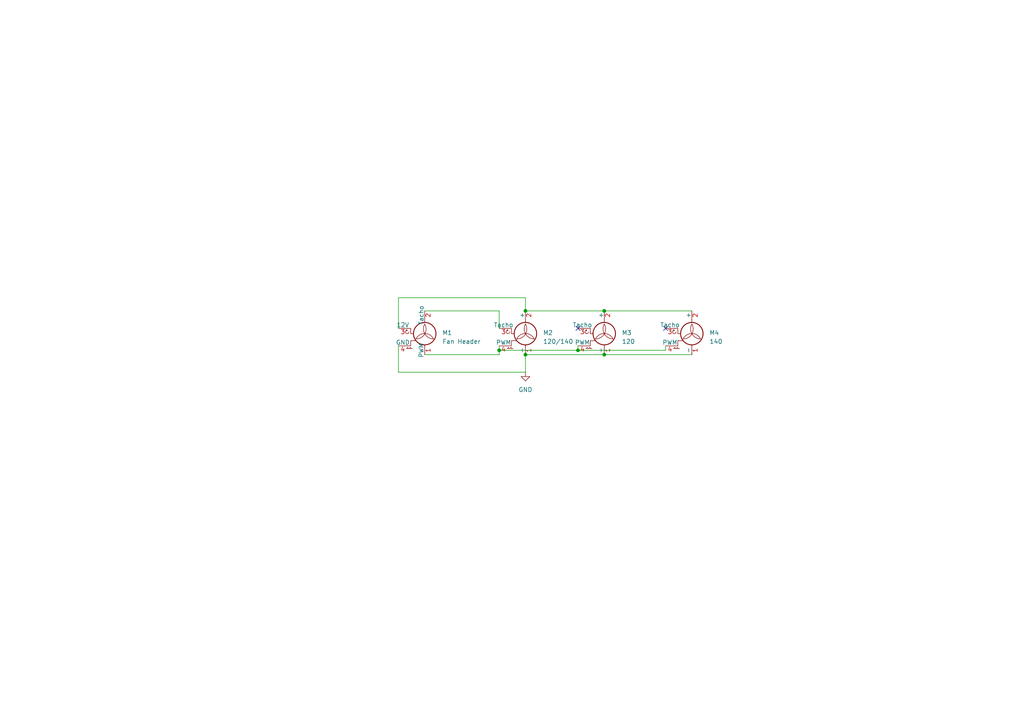
<source format=kicad_sch>
(kicad_sch (version 20211123) (generator eeschema)

  (uuid 8a1a029e-543a-43b9-820b-2c3ecf879b70)

  (paper "A4")

  (lib_symbols
    (symbol "Fan_4pin_1" (pin_names (offset 0)) (in_bom yes) (on_board yes)
      (property "Reference" "M?" (id 0) (at 5.08 1.2701 0)
        (effects (font (size 1.27 1.27)) (justify left))
      )
      (property "Value" "Fan_4pin_1" (id 1) (at 5.08 -1.2699 0)
        (effects (font (size 1.27 1.27)) (justify left))
      )
      (property "Footprint" "" (id 2) (at 0 0.254 0)
        (effects (font (size 1.27 1.27)) hide)
      )
      (property "Datasheet" "http://www.formfactors.org/developer%5Cspecs%5Crev1_2_public.pdf" (id 3) (at 0 0.254 0)
        (effects (font (size 1.27 1.27)) hide)
      )
      (property "ki_keywords" "Fan Motor tacho PWM" (id 4) (at 0 0 0)
        (effects (font (size 1.27 1.27)) hide)
      )
      (property "ki_description" "Fan, tacho output, PWM input, 4-pin connector" (id 5) (at 0 0 0)
        (effects (font (size 1.27 1.27)) hide)
      )
      (property "ki_fp_filters" "FanPinHeader*P2.54mm*Vertical* PinHeader*P2.54mm*Vertical* TerminalBlock*" (id 6) (at 0 0 0)
        (effects (font (size 1.27 1.27)) hide)
      )
      (symbol "Fan_4pin_1_0_0"
        (arc (start -5.588 1.524) (mid -5.08 1.016) (end -4.572 1.524)
          (stroke (width 0) (type default) (color 0 0 0 0))
          (fill (type none))
        )
        (arc (start -5.08 2.032) (mid -5.4392 1.8832) (end -5.588 1.524)
          (stroke (width 0) (type default) (color 0 0 0 0))
          (fill (type none))
        )
        (polyline
          (pts
            (xy -5.08 2.032)
            (xy -5.334 2.159)
          )
          (stroke (width 0) (type default) (color 0 0 0 0))
          (fill (type none))
        )
        (polyline
          (pts
            (xy -5.08 2.032)
            (xy -5.207 1.778)
          )
          (stroke (width 0) (type default) (color 0 0 0 0))
          (fill (type none))
        )
        (polyline
          (pts
            (xy -4.064 2.54)
            (xy -4.064 1.016)
            (xy -3.302 1.016)
          )
          (stroke (width 0) (type default) (color 0 0 0 0))
          (fill (type none))
        )
      )
      (symbol "Fan_4pin_1_0_1"
        (arc (start -2.54 -0.508) (mid -0.0014 0.9048) (end 0 3.81)
          (stroke (width 0) (type default) (color 0 0 0 0))
          (fill (type none))
        )
        (polyline
          (pts
            (xy -4.064 2.54)
            (xy -5.08 2.54)
          )
          (stroke (width 0) (type default) (color 0 0 0 0))
          (fill (type none))
        )
        (polyline
          (pts
            (xy 0 -5.08)
            (xy 0 -4.572)
          )
          (stroke (width 0) (type default) (color 0 0 0 0))
          (fill (type none))
        )
        (polyline
          (pts
            (xy 0 -2.2352)
            (xy 0 -2.6416)
          )
          (stroke (width 0) (type default) (color 0 0 0 0))
          (fill (type none))
        )
        (polyline
          (pts
            (xy 0 4.2672)
            (xy 0 4.6228)
          )
          (stroke (width 0) (type default) (color 0 0 0 0))
          (fill (type none))
        )
        (polyline
          (pts
            (xy 0 4.572)
            (xy 0 5.08)
          )
          (stroke (width 0) (type default) (color 0 0 0 0))
          (fill (type none))
        )
        (polyline
          (pts
            (xy -2.54 -1.016)
            (xy -4.064 -1.016)
            (xy -4.064 -2.54)
            (xy -5.08 -2.54)
          )
          (stroke (width 0) (type default) (color 0 0 0 0))
          (fill (type none))
        )
        (polyline
          (pts
            (xy -5.334 -3.302)
            (xy -5.08 -3.302)
            (xy -5.08 -3.048)
            (xy -4.826 -3.048)
            (xy -4.826 -3.302)
            (xy -4.318 -3.302)
            (xy -4.318 -3.048)
            (xy -4.064 -3.048)
            (xy -4.064 -3.302)
            (xy -3.556 -3.302)
          )
          (stroke (width 0) (type default) (color 0 0 0 0))
          (fill (type none))
        )
        (circle (center 0 1.016) (radius 3.2512)
          (stroke (width 0.254) (type default) (color 0 0 0 0))
          (fill (type none))
        )
        (arc (start 0 3.81) (mid 0.0468 0.9314) (end 2.54 -0.508)
          (stroke (width 0) (type default) (color 0 0 0 0))
          (fill (type none))
        )
        (arc (start 2.54 -0.508) (mid 0 1.0618) (end -2.54 -0.508)
          (stroke (width 0) (type default) (color 0 0 0 0))
          (fill (type none))
        )
      )
      (symbol "Fan_4pin_1_1_1"
        (pin passive line (at 0 -5.08 90) (length 2.54)
          (name "-" (effects (font (size 1.27 1.27))))
          (number "1" (effects (font (size 1.27 1.27))))
          (alternate "PWM" passive line)
        )
        (pin passive line (at 0 7.62 270) (length 2.54)
          (name "+" (effects (font (size 1.27 1.27))))
          (number "2" (effects (font (size 1.27 1.27))))
          (alternate "Tacho" passive line)
        )
        (pin passive line (at -7.62 2.54 0) (length 2.54)
          (name "Tacho" (effects (font (size 1.27 1.27))))
          (number "3" (effects (font (size 1.27 1.27))))
          (alternate "12V" passive line)
        )
        (pin input line (at -7.62 -2.54 0) (length 2.54)
          (name "PWM" (effects (font (size 1.27 1.27))))
          (number "4" (effects (font (size 1.27 1.27))))
          (alternate "GND" input line)
        )
      )
    )
    (symbol "Motor:Fan_4pin" (pin_names (offset 0)) (in_bom yes) (on_board yes)
      (property "Reference" "M" (id 0) (at 2.54 5.08 0)
        (effects (font (size 1.27 1.27)) (justify left))
      )
      (property "Value" "Fan_4pin" (id 1) (at 2.54 -2.54 0)
        (effects (font (size 1.27 1.27)) (justify left top))
      )
      (property "Footprint" "" (id 2) (at 0 0.254 0)
        (effects (font (size 1.27 1.27)) hide)
      )
      (property "Datasheet" "http://www.formfactors.org/developer%5Cspecs%5Crev1_2_public.pdf" (id 3) (at 0 0.254 0)
        (effects (font (size 1.27 1.27)) hide)
      )
      (property "ki_keywords" "Fan Motor tacho PWM" (id 4) (at 0 0 0)
        (effects (font (size 1.27 1.27)) hide)
      )
      (property "ki_description" "Fan, tacho output, PWM input, 4-pin connector" (id 5) (at 0 0 0)
        (effects (font (size 1.27 1.27)) hide)
      )
      (property "ki_fp_filters" "FanPinHeader*P2.54mm*Vertical* PinHeader*P2.54mm*Vertical* TerminalBlock*" (id 6) (at 0 0 0)
        (effects (font (size 1.27 1.27)) hide)
      )
      (symbol "Fan_4pin_0_0"
        (arc (start -5.588 1.524) (mid -5.08 1.016) (end -4.572 1.524)
          (stroke (width 0) (type default) (color 0 0 0 0))
          (fill (type none))
        )
        (arc (start -5.08 2.032) (mid -5.4392 1.8832) (end -5.588 1.524)
          (stroke (width 0) (type default) (color 0 0 0 0))
          (fill (type none))
        )
        (polyline
          (pts
            (xy -5.08 2.032)
            (xy -5.334 2.159)
          )
          (stroke (width 0) (type default) (color 0 0 0 0))
          (fill (type none))
        )
        (polyline
          (pts
            (xy -5.08 2.032)
            (xy -5.207 1.778)
          )
          (stroke (width 0) (type default) (color 0 0 0 0))
          (fill (type none))
        )
        (polyline
          (pts
            (xy -4.064 2.54)
            (xy -4.064 1.016)
            (xy -3.302 1.016)
          )
          (stroke (width 0) (type default) (color 0 0 0 0))
          (fill (type none))
        )
      )
      (symbol "Fan_4pin_0_1"
        (arc (start -2.54 -0.508) (mid -0.0014 0.9048) (end 0 3.81)
          (stroke (width 0) (type default) (color 0 0 0 0))
          (fill (type none))
        )
        (polyline
          (pts
            (xy -4.064 2.54)
            (xy -5.08 2.54)
          )
          (stroke (width 0) (type default) (color 0 0 0 0))
          (fill (type none))
        )
        (polyline
          (pts
            (xy 0 -5.08)
            (xy 0 -4.572)
          )
          (stroke (width 0) (type default) (color 0 0 0 0))
          (fill (type none))
        )
        (polyline
          (pts
            (xy 0 -2.2352)
            (xy 0 -2.6416)
          )
          (stroke (width 0) (type default) (color 0 0 0 0))
          (fill (type none))
        )
        (polyline
          (pts
            (xy 0 4.2672)
            (xy 0 4.6228)
          )
          (stroke (width 0) (type default) (color 0 0 0 0))
          (fill (type none))
        )
        (polyline
          (pts
            (xy 0 4.572)
            (xy 0 5.08)
          )
          (stroke (width 0) (type default) (color 0 0 0 0))
          (fill (type none))
        )
        (polyline
          (pts
            (xy -2.54 -1.016)
            (xy -4.064 -1.016)
            (xy -4.064 -2.54)
            (xy -5.08 -2.54)
          )
          (stroke (width 0) (type default) (color 0 0 0 0))
          (fill (type none))
        )
        (polyline
          (pts
            (xy -5.334 -3.302)
            (xy -5.08 -3.302)
            (xy -5.08 -3.048)
            (xy -4.826 -3.048)
            (xy -4.826 -3.302)
            (xy -4.318 -3.302)
            (xy -4.318 -3.048)
            (xy -4.064 -3.048)
            (xy -4.064 -3.302)
            (xy -3.556 -3.302)
          )
          (stroke (width 0) (type default) (color 0 0 0 0))
          (fill (type none))
        )
        (circle (center 0 1.016) (radius 3.2512)
          (stroke (width 0.254) (type default) (color 0 0 0 0))
          (fill (type none))
        )
        (arc (start 0 3.81) (mid 0.0468 0.9314) (end 2.54 -0.508)
          (stroke (width 0) (type default) (color 0 0 0 0))
          (fill (type none))
        )
        (arc (start 2.54 -0.508) (mid 0 1.0618) (end -2.54 -0.508)
          (stroke (width 0) (type default) (color 0 0 0 0))
          (fill (type none))
        )
      )
      (symbol "Fan_4pin_1_1"
        (pin passive line (at 0 -5.08 90) (length 2.54)
          (name "-" (effects (font (size 1.27 1.27))))
          (number "1" (effects (font (size 1.27 1.27))))
        )
        (pin passive line (at 0 7.62 270) (length 2.54)
          (name "+" (effects (font (size 1.27 1.27))))
          (number "2" (effects (font (size 1.27 1.27))))
        )
        (pin passive line (at -7.62 2.54 0) (length 2.54)
          (name "Tacho" (effects (font (size 1.27 1.27))))
          (number "3" (effects (font (size 1.27 1.27))))
        )
        (pin input line (at -7.62 -2.54 0) (length 2.54)
          (name "PWM" (effects (font (size 1.27 1.27))))
          (number "4" (effects (font (size 1.27 1.27))))
        )
      )
    )
    (symbol "power:GND" (power) (pin_names (offset 0)) (in_bom yes) (on_board yes)
      (property "Reference" "#PWR" (id 0) (at 0 -6.35 0)
        (effects (font (size 1.27 1.27)) hide)
      )
      (property "Value" "GND" (id 1) (at 0 -3.81 0)
        (effects (font (size 1.27 1.27)))
      )
      (property "Footprint" "" (id 2) (at 0 0 0)
        (effects (font (size 1.27 1.27)) hide)
      )
      (property "Datasheet" "" (id 3) (at 0 0 0)
        (effects (font (size 1.27 1.27)) hide)
      )
      (property "ki_keywords" "power-flag" (id 4) (at 0 0 0)
        (effects (font (size 1.27 1.27)) hide)
      )
      (property "ki_description" "Power symbol creates a global label with name \"GND\" , ground" (id 5) (at 0 0 0)
        (effects (font (size 1.27 1.27)) hide)
      )
      (symbol "GND_0_1"
        (polyline
          (pts
            (xy 0 0)
            (xy 0 -1.27)
            (xy 1.27 -1.27)
            (xy 0 -2.54)
            (xy -1.27 -1.27)
            (xy 0 -1.27)
          )
          (stroke (width 0) (type default) (color 0 0 0 0))
          (fill (type none))
        )
      )
      (symbol "GND_1_1"
        (pin power_in line (at 0 0 270) (length 0) hide
          (name "GND" (effects (font (size 1.27 1.27))))
          (number "1" (effects (font (size 1.27 1.27))))
        )
      )
    )
  )

  (junction (at 175.26 102.87) (diameter 0) (color 0 0 0 0)
    (uuid 236bb49a-b95c-4fbe-a4a1-344431840034)
  )
  (junction (at 152.4 102.87) (diameter 0) (color 0 0 0 0)
    (uuid be7ff29c-4d78-40b6-863c-13d4bae8e7e2)
  )
  (junction (at 152.4 90.17) (diameter 0) (color 0 0 0 0)
    (uuid c46646ac-e48b-4c84-9c27-6fcf27a36280)
  )
  (junction (at 144.78 101.6) (diameter 0) (color 0 0 0 0)
    (uuid ef750326-7a16-4260-b601-1a0652e88a59)
  )
  (junction (at 175.26 90.17) (diameter 0) (color 0 0 0 0)
    (uuid f01d8496-5618-48b6-9d3e-cf75e832e4c8)
  )
  (junction (at 167.64 101.6) (diameter 0) (color 0 0 0 0)
    (uuid f0f19d1f-3af7-44bc-9d26-9aa3f2ea77ca)
  )

  (no_connect (at 167.64 95.25) (uuid 620502db-6aaf-4e1c-aa91-717b8287ab7c))
  (no_connect (at 193.04 95.25) (uuid 620502db-6aaf-4e1c-aa91-717b8287ab7c))

  (wire (pts (xy 115.57 100.33) (xy 115.57 107.95))
    (stroke (width 0) (type default) (color 0 0 0 0))
    (uuid 07866225-a358-47ac-bea3-a3b050126093)
  )
  (wire (pts (xy 144.78 100.33) (xy 144.78 101.6))
    (stroke (width 0) (type default) (color 0 0 0 0))
    (uuid 40bf5104-b53a-414e-b3b7-c91f89b44e66)
  )
  (wire (pts (xy 144.78 90.17) (xy 144.78 95.25))
    (stroke (width 0) (type default) (color 0 0 0 0))
    (uuid 6191a81e-6329-4edb-9700-50f6543f797f)
  )
  (wire (pts (xy 193.04 100.33) (xy 193.04 101.6))
    (stroke (width 0) (type default) (color 0 0 0 0))
    (uuid 66ca51be-0a8d-493a-ba75-a356a79dbf48)
  )
  (wire (pts (xy 175.26 90.17) (xy 200.66 90.17))
    (stroke (width 0) (type default) (color 0 0 0 0))
    (uuid 6b98fb04-816b-40ba-b187-7172c469c024)
  )
  (wire (pts (xy 167.64 101.6) (xy 144.78 101.6))
    (stroke (width 0) (type default) (color 0 0 0 0))
    (uuid 6c8302c3-4aa8-4fd4-b7ec-abececfc84cf)
  )
  (wire (pts (xy 152.4 86.36) (xy 152.4 90.17))
    (stroke (width 0) (type default) (color 0 0 0 0))
    (uuid 78d999af-42b3-427f-899a-545de75b9744)
  )
  (wire (pts (xy 115.57 107.95) (xy 152.4 107.95))
    (stroke (width 0) (type default) (color 0 0 0 0))
    (uuid 8446bf23-fb7a-49d3-b20e-fa5f2afe7b14)
  )
  (wire (pts (xy 144.78 102.87) (xy 123.19 102.87))
    (stroke (width 0) (type default) (color 0 0 0 0))
    (uuid 8f01e330-6090-42be-adc5-b0b4c128114e)
  )
  (wire (pts (xy 167.64 100.33) (xy 167.64 101.6))
    (stroke (width 0) (type default) (color 0 0 0 0))
    (uuid 9aa3a82d-1a87-4624-a906-4ea8e9a0c43c)
  )
  (wire (pts (xy 144.78 101.6) (xy 144.78 102.87))
    (stroke (width 0) (type default) (color 0 0 0 0))
    (uuid 9d1ee0b7-8453-459c-a833-897b79b8b1c4)
  )
  (wire (pts (xy 175.26 102.87) (xy 200.66 102.87))
    (stroke (width 0) (type default) (color 0 0 0 0))
    (uuid a398e788-cd49-462e-8bdf-2e3fcc493feb)
  )
  (wire (pts (xy 193.04 101.6) (xy 167.64 101.6))
    (stroke (width 0) (type default) (color 0 0 0 0))
    (uuid a86b0d51-fccd-40b1-9f32-5666e0f23d7c)
  )
  (wire (pts (xy 115.57 95.25) (xy 115.57 86.36))
    (stroke (width 0) (type default) (color 0 0 0 0))
    (uuid b3691e10-3bab-435f-a281-1db4e0fd3be7)
  )
  (wire (pts (xy 115.57 86.36) (xy 152.4 86.36))
    (stroke (width 0) (type default) (color 0 0 0 0))
    (uuid c2895cd6-6b18-4025-87e2-d701c11a7888)
  )
  (wire (pts (xy 123.19 90.17) (xy 144.78 90.17))
    (stroke (width 0) (type default) (color 0 0 0 0))
    (uuid d4fa26f6-f04a-4ac7-ad75-29505031576e)
  )
  (wire (pts (xy 152.4 102.87) (xy 175.26 102.87))
    (stroke (width 0) (type default) (color 0 0 0 0))
    (uuid e3d32b1d-cbd1-47c5-91af-63dc8d887912)
  )
  (wire (pts (xy 152.4 107.95) (xy 152.4 102.87))
    (stroke (width 0) (type default) (color 0 0 0 0))
    (uuid e93fedf4-2386-4d73-b28a-1d7d9e9c0354)
  )
  (wire (pts (xy 152.4 90.17) (xy 175.26 90.17))
    (stroke (width 0) (type default) (color 0 0 0 0))
    (uuid f9c10038-03e6-4bfc-83b8-5155ba0ea715)
  )

  (symbol (lib_id "Motor:Fan_4pin") (at 152.4 97.79 0) (unit 1)
    (in_bom yes) (on_board yes) (fields_autoplaced)
    (uuid 0961d98c-3a26-453b-9d7d-3dcc39d122c0)
    (property "Reference" "M2" (id 0) (at 157.48 96.5199 0)
      (effects (font (size 1.27 1.27)) (justify left))
    )
    (property "Value" "120/140" (id 1) (at 157.48 99.0599 0)
      (effects (font (size 1.27 1.27)) (justify left))
    )
    (property "Footprint" "Connector_PinHeader_2.54mm:PinHeader_1x04_P2.54mm_Vertical" (id 2) (at 152.4 97.536 0)
      (effects (font (size 1.27 1.27)) hide)
    )
    (property "Datasheet" "http://www.formfactors.org/developer%5Cspecs%5Crev1_2_public.pdf" (id 3) (at 152.4 97.536 0)
      (effects (font (size 1.27 1.27)) hide)
    )
    (pin "1" (uuid 48c0c4d2-e972-47da-bfe0-c16ad4519e5d))
    (pin "2" (uuid ea72417c-5e5d-4aa9-8835-68faa0af8b05))
    (pin "3" (uuid eea729c5-d340-4e36-8dd5-4959fa69b207))
    (pin "4" (uuid 303d30c9-5836-40b0-a3be-b49236ec1872))
  )

  (symbol (lib_name "Fan_4pin_1") (lib_id "Motor:Fan_4pin") (at 123.19 97.79 0) (unit 1)
    (in_bom yes) (on_board yes) (fields_autoplaced)
    (uuid 3fa77d65-435f-44de-bcc1-e494d115723e)
    (property "Reference" "M1" (id 0) (at 128.27 96.5199 0)
      (effects (font (size 1.27 1.27)) (justify left))
    )
    (property "Value" "Fan Header" (id 1) (at 128.27 99.0599 0)
      (effects (font (size 1.27 1.27)) (justify left))
    )
    (property "Footprint" "Connector_PinHeader_2.54mm:PinHeader_1x04_P2.54mm_Horizontal" (id 2) (at 123.19 97.536 0)
      (effects (font (size 1.27 1.27)) hide)
    )
    (property "Datasheet" "http://www.formfactors.org/developer%5Cspecs%5Crev1_2_public.pdf" (id 3) (at 123.19 97.536 0)
      (effects (font (size 1.27 1.27)) hide)
    )
    (pin "1" (uuid 95608da0-53e1-4377-9cbc-534021a365c4) (alternate "PWM"))
    (pin "2" (uuid 5447b8c5-4ef6-48d5-a60d-db6f08824d3f) (alternate "Tacho"))
    (pin "3" (uuid 59d32b0e-fd67-4f3f-92cb-02347a9ead15) (alternate "12V"))
    (pin "4" (uuid aedf7cb2-5d03-4c0b-bb4a-d6f37134f9b2) (alternate "GND"))
  )

  (symbol (lib_id "power:GND") (at 152.4 107.95 0) (unit 1)
    (in_bom yes) (on_board yes) (fields_autoplaced)
    (uuid 8d7c3c17-e95d-4fe1-9c16-57ffcff6cda6)
    (property "Reference" "#PWR0101" (id 0) (at 152.4 114.3 0)
      (effects (font (size 1.27 1.27)) hide)
    )
    (property "Value" "GND" (id 1) (at 152.4 113.03 0))
    (property "Footprint" "" (id 2) (at 152.4 107.95 0)
      (effects (font (size 1.27 1.27)) hide)
    )
    (property "Datasheet" "" (id 3) (at 152.4 107.95 0)
      (effects (font (size 1.27 1.27)) hide)
    )
    (pin "1" (uuid 129418ce-d6b4-4659-a3b1-673083fbd694))
  )

  (symbol (lib_id "Motor:Fan_4pin") (at 200.66 97.79 0) (unit 1)
    (in_bom yes) (on_board yes) (fields_autoplaced)
    (uuid cef130bc-862d-4f54-b525-af4c94f4457a)
    (property "Reference" "M4" (id 0) (at 205.74 96.5199 0)
      (effects (font (size 1.27 1.27)) (justify left))
    )
    (property "Value" "140" (id 1) (at 205.74 99.0599 0)
      (effects (font (size 1.27 1.27)) (justify left))
    )
    (property "Footprint" "Connector_PinHeader_2.54mm:PinHeader_1x04_P2.54mm_Vertical" (id 2) (at 200.66 97.536 0)
      (effects (font (size 1.27 1.27)) hide)
    )
    (property "Datasheet" "http://www.formfactors.org/developer%5Cspecs%5Crev1_2_public.pdf" (id 3) (at 200.66 97.536 0)
      (effects (font (size 1.27 1.27)) hide)
    )
    (pin "1" (uuid da591767-4805-41f1-9dc3-0d7747e05e5d))
    (pin "2" (uuid 9d3c4722-354b-406d-8fad-a20765e6111e))
    (pin "3" (uuid 64f3bb61-d916-4b21-99e4-d89aefe0b4b3))
    (pin "4" (uuid 20514691-7a9b-4cbe-8bec-ec3f68a1f041))
  )

  (symbol (lib_id "Motor:Fan_4pin") (at 175.26 97.79 0) (unit 1)
    (in_bom yes) (on_board yes) (fields_autoplaced)
    (uuid f9714c96-0bc7-499c-8b5f-39463825e8ac)
    (property "Reference" "M3" (id 0) (at 180.34 96.5199 0)
      (effects (font (size 1.27 1.27)) (justify left))
    )
    (property "Value" "120" (id 1) (at 180.34 99.0599 0)
      (effects (font (size 1.27 1.27)) (justify left))
    )
    (property "Footprint" "Connector_PinHeader_2.54mm:PinHeader_1x04_P2.54mm_Vertical" (id 2) (at 175.26 97.536 0)
      (effects (font (size 1.27 1.27)) hide)
    )
    (property "Datasheet" "http://www.formfactors.org/developer%5Cspecs%5Crev1_2_public.pdf" (id 3) (at 175.26 97.536 0)
      (effects (font (size 1.27 1.27)) hide)
    )
    (pin "1" (uuid 54d835dc-cc11-4c35-8c66-baa40bc56c3f))
    (pin "2" (uuid cd6d4e99-ff34-4d91-b1ca-ffa1605999c6))
    (pin "3" (uuid df4ec7c1-3dd2-4831-86ae-056474a2e92d))
    (pin "4" (uuid 162f04e1-3047-4470-a717-0ea55ae42edc))
  )

  (sheet_instances
    (path "/" (page "1"))
  )

  (symbol_instances
    (path "/8d7c3c17-e95d-4fe1-9c16-57ffcff6cda6"
      (reference "#PWR0101") (unit 1) (value "GND") (footprint "")
    )
    (path "/3fa77d65-435f-44de-bcc1-e494d115723e"
      (reference "M1") (unit 1) (value "Fan Header") (footprint "Connector_PinHeader_2.54mm:PinHeader_1x04_P2.54mm_Horizontal")
    )
    (path "/0961d98c-3a26-453b-9d7d-3dcc39d122c0"
      (reference "M2") (unit 1) (value "120/140") (footprint "Connector_PinHeader_2.54mm:PinHeader_1x04_P2.54mm_Vertical")
    )
    (path "/f9714c96-0bc7-499c-8b5f-39463825e8ac"
      (reference "M3") (unit 1) (value "120") (footprint "Connector_PinHeader_2.54mm:PinHeader_1x04_P2.54mm_Vertical")
    )
    (path "/cef130bc-862d-4f54-b525-af4c94f4457a"
      (reference "M4") (unit 1) (value "140") (footprint "Connector_PinHeader_2.54mm:PinHeader_1x04_P2.54mm_Vertical")
    )
  )
)

</source>
